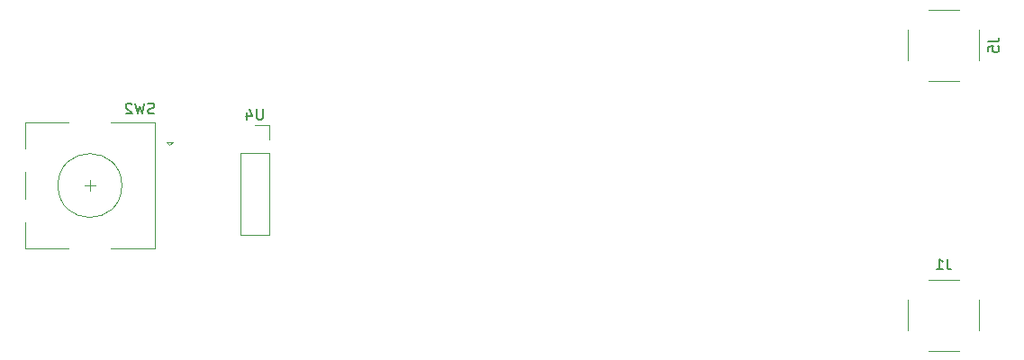
<source format=gbr>
%TF.GenerationSoftware,KiCad,Pcbnew,(6.0.6)*%
%TF.CreationDate,2022-10-04T18:50:56+01:00*%
%TF.ProjectId,VideoTrigger,56696465-6f54-4726-9967-6765722e6b69,rev?*%
%TF.SameCoordinates,Original*%
%TF.FileFunction,Legend,Bot*%
%TF.FilePolarity,Positive*%
%FSLAX46Y46*%
G04 Gerber Fmt 4.6, Leading zero omitted, Abs format (unit mm)*
G04 Created by KiCad (PCBNEW (6.0.6)) date 2022-10-04 18:50:56*
%MOMM*%
%LPD*%
G01*
G04 APERTURE LIST*
%ADD10C,0.150000*%
%ADD11C,0.120000*%
G04 APERTURE END LIST*
D10*
%TO.C,U4*%
X136651904Y-130472380D02*
X136651904Y-131281904D01*
X136604285Y-131377142D01*
X136556666Y-131424761D01*
X136461428Y-131472380D01*
X136270952Y-131472380D01*
X136175714Y-131424761D01*
X136128095Y-131377142D01*
X136080476Y-131281904D01*
X136080476Y-130472380D01*
X135175714Y-130805714D02*
X135175714Y-131472380D01*
X135413809Y-130424761D02*
X135651904Y-131139047D01*
X135032857Y-131139047D01*
%TO.C,J5*%
X204862380Y-124126666D02*
X205576666Y-124126666D01*
X205719523Y-124079047D01*
X205814761Y-123983809D01*
X205862380Y-123840952D01*
X205862380Y-123745714D01*
X204862380Y-125079047D02*
X204862380Y-124602857D01*
X205338571Y-124555238D01*
X205290952Y-124602857D01*
X205243333Y-124698095D01*
X205243333Y-124936190D01*
X205290952Y-125031428D01*
X205338571Y-125079047D01*
X205433809Y-125126666D01*
X205671904Y-125126666D01*
X205767142Y-125079047D01*
X205814761Y-125031428D01*
X205862380Y-124936190D01*
X205862380Y-124698095D01*
X205814761Y-124602857D01*
X205767142Y-124555238D01*
%TO.C,J1*%
X200993333Y-144562380D02*
X200993333Y-145276666D01*
X201040952Y-145419523D01*
X201136190Y-145514761D01*
X201279047Y-145562380D01*
X201374285Y-145562380D01*
X199993333Y-145562380D02*
X200564761Y-145562380D01*
X200279047Y-145562380D02*
X200279047Y-144562380D01*
X200374285Y-144705238D01*
X200469523Y-144800476D01*
X200564761Y-144848095D01*
%TO.C,SW2*%
X126433333Y-130872761D02*
X126290476Y-130920380D01*
X126052380Y-130920380D01*
X125957142Y-130872761D01*
X125909523Y-130825142D01*
X125861904Y-130729904D01*
X125861904Y-130634666D01*
X125909523Y-130539428D01*
X125957142Y-130491809D01*
X126052380Y-130444190D01*
X126242857Y-130396571D01*
X126338095Y-130348952D01*
X126385714Y-130301333D01*
X126433333Y-130206095D01*
X126433333Y-130110857D01*
X126385714Y-130015619D01*
X126338095Y-129968000D01*
X126242857Y-129920380D01*
X126004761Y-129920380D01*
X125861904Y-129968000D01*
X125528571Y-129920380D02*
X125290476Y-130920380D01*
X125100000Y-130206095D01*
X124909523Y-130920380D01*
X124671428Y-129920380D01*
X124338095Y-130015619D02*
X124290476Y-129968000D01*
X124195238Y-129920380D01*
X123957142Y-129920380D01*
X123861904Y-129968000D01*
X123814285Y-130015619D01*
X123766666Y-130110857D01*
X123766666Y-130206095D01*
X123814285Y-130348952D01*
X124385714Y-130920380D01*
X123766666Y-130920380D01*
D11*
%TO.C,U4*%
X137220000Y-134620000D02*
X137220000Y-142300000D01*
X137220000Y-132020000D02*
X135890000Y-132020000D01*
X137220000Y-134620000D02*
X134560000Y-134620000D01*
X137220000Y-142300000D02*
X134560000Y-142300000D01*
X137220000Y-133350000D02*
X137220000Y-132020000D01*
X134560000Y-134620000D02*
X134560000Y-142300000D01*
%TO.C,J5*%
X204015000Y-125910000D02*
X204015000Y-123010000D01*
X197305000Y-125910000D02*
X197305000Y-123010000D01*
X202110000Y-127815000D02*
X199210000Y-127815000D01*
X202110000Y-121105000D02*
X199210000Y-121105000D01*
%TO.C,J1*%
X197305000Y-148410000D02*
X197305000Y-151310000D01*
X204015000Y-148410000D02*
X204015000Y-151310000D01*
X202110000Y-153215000D02*
X199210000Y-153215000D01*
X202110000Y-146505000D02*
X199210000Y-146505000D01*
%TO.C,SW2*%
X114300000Y-143568000D02*
X118400000Y-143568000D01*
X127600000Y-133568000D02*
X127900000Y-133868000D01*
X127900000Y-133868000D02*
X128200000Y-133568000D01*
X122400000Y-143568000D02*
X126500000Y-143568000D01*
X118400000Y-131768000D02*
X114300000Y-131768000D01*
X114300000Y-131768000D02*
X114300000Y-134168000D01*
X114300000Y-141168000D02*
X114300000Y-143568000D01*
X120400000Y-137168000D02*
X120400000Y-138168000D01*
X122400000Y-131768000D02*
X126500000Y-131768000D01*
X120900000Y-137668000D02*
X119900000Y-137668000D01*
X114300000Y-136368000D02*
X114300000Y-138968000D01*
X126500000Y-131768000D02*
X126500000Y-143568000D01*
X128200000Y-133568000D02*
X127600000Y-133568000D01*
X123400000Y-137668000D02*
G75*
G03*
X123400000Y-137668000I-3000000J0D01*
G01*
%TD*%
M02*

</source>
